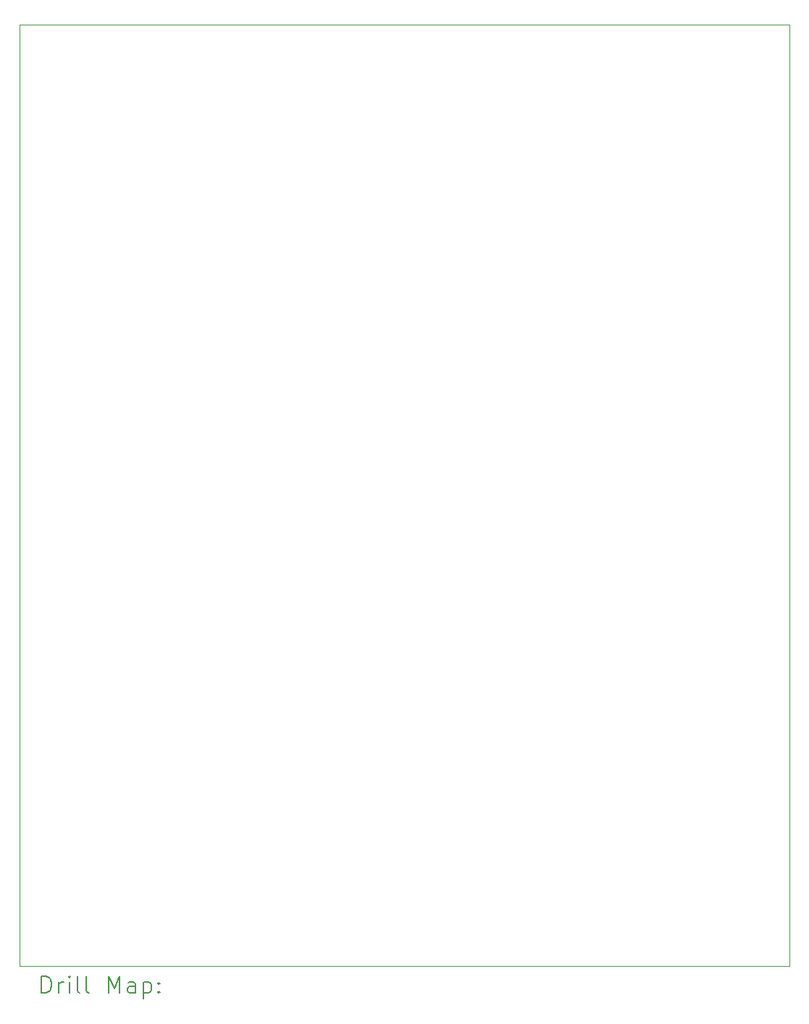
<source format=gbr>
%TF.GenerationSoftware,KiCad,Pcbnew,8.0.5*%
%TF.CreationDate,2024-11-24T11:32:18+01:00*%
%TF.ProjectId,wolkje,776f6c6b-6a65-42e6-9b69-6361645f7063,rev?*%
%TF.SameCoordinates,Original*%
%TF.FileFunction,Drillmap*%
%TF.FilePolarity,Positive*%
%FSLAX45Y45*%
G04 Gerber Fmt 4.5, Leading zero omitted, Abs format (unit mm)*
G04 Created by KiCad (PCBNEW 8.0.5) date 2024-11-24 11:32:18*
%MOMM*%
%LPD*%
G01*
G04 APERTURE LIST*
%ADD10C,0.100000*%
%ADD11C,0.200000*%
G04 APERTURE END LIST*
D10*
X5000000Y-5000000D02*
X14000000Y-5000000D01*
X14000000Y-16000000D01*
X5000000Y-16000000D01*
X5000000Y-5000000D01*
D11*
X5255777Y-16316484D02*
X5255777Y-16116484D01*
X5255777Y-16116484D02*
X5303396Y-16116484D01*
X5303396Y-16116484D02*
X5331967Y-16126008D01*
X5331967Y-16126008D02*
X5351015Y-16145055D01*
X5351015Y-16145055D02*
X5360539Y-16164103D01*
X5360539Y-16164103D02*
X5370063Y-16202198D01*
X5370063Y-16202198D02*
X5370063Y-16230769D01*
X5370063Y-16230769D02*
X5360539Y-16268865D01*
X5360539Y-16268865D02*
X5351015Y-16287912D01*
X5351015Y-16287912D02*
X5331967Y-16306960D01*
X5331967Y-16306960D02*
X5303396Y-16316484D01*
X5303396Y-16316484D02*
X5255777Y-16316484D01*
X5455777Y-16316484D02*
X5455777Y-16183150D01*
X5455777Y-16221246D02*
X5465301Y-16202198D01*
X5465301Y-16202198D02*
X5474824Y-16192674D01*
X5474824Y-16192674D02*
X5493872Y-16183150D01*
X5493872Y-16183150D02*
X5512920Y-16183150D01*
X5579586Y-16316484D02*
X5579586Y-16183150D01*
X5579586Y-16116484D02*
X5570063Y-16126008D01*
X5570063Y-16126008D02*
X5579586Y-16135531D01*
X5579586Y-16135531D02*
X5589110Y-16126008D01*
X5589110Y-16126008D02*
X5579586Y-16116484D01*
X5579586Y-16116484D02*
X5579586Y-16135531D01*
X5703396Y-16316484D02*
X5684348Y-16306960D01*
X5684348Y-16306960D02*
X5674824Y-16287912D01*
X5674824Y-16287912D02*
X5674824Y-16116484D01*
X5808158Y-16316484D02*
X5789110Y-16306960D01*
X5789110Y-16306960D02*
X5779586Y-16287912D01*
X5779586Y-16287912D02*
X5779586Y-16116484D01*
X6036729Y-16316484D02*
X6036729Y-16116484D01*
X6036729Y-16116484D02*
X6103396Y-16259341D01*
X6103396Y-16259341D02*
X6170062Y-16116484D01*
X6170062Y-16116484D02*
X6170062Y-16316484D01*
X6351015Y-16316484D02*
X6351015Y-16211722D01*
X6351015Y-16211722D02*
X6341491Y-16192674D01*
X6341491Y-16192674D02*
X6322443Y-16183150D01*
X6322443Y-16183150D02*
X6284348Y-16183150D01*
X6284348Y-16183150D02*
X6265301Y-16192674D01*
X6351015Y-16306960D02*
X6331967Y-16316484D01*
X6331967Y-16316484D02*
X6284348Y-16316484D01*
X6284348Y-16316484D02*
X6265301Y-16306960D01*
X6265301Y-16306960D02*
X6255777Y-16287912D01*
X6255777Y-16287912D02*
X6255777Y-16268865D01*
X6255777Y-16268865D02*
X6265301Y-16249817D01*
X6265301Y-16249817D02*
X6284348Y-16240293D01*
X6284348Y-16240293D02*
X6331967Y-16240293D01*
X6331967Y-16240293D02*
X6351015Y-16230769D01*
X6446253Y-16183150D02*
X6446253Y-16383150D01*
X6446253Y-16192674D02*
X6465301Y-16183150D01*
X6465301Y-16183150D02*
X6503396Y-16183150D01*
X6503396Y-16183150D02*
X6522443Y-16192674D01*
X6522443Y-16192674D02*
X6531967Y-16202198D01*
X6531967Y-16202198D02*
X6541491Y-16221246D01*
X6541491Y-16221246D02*
X6541491Y-16278388D01*
X6541491Y-16278388D02*
X6531967Y-16297436D01*
X6531967Y-16297436D02*
X6522443Y-16306960D01*
X6522443Y-16306960D02*
X6503396Y-16316484D01*
X6503396Y-16316484D02*
X6465301Y-16316484D01*
X6465301Y-16316484D02*
X6446253Y-16306960D01*
X6627205Y-16297436D02*
X6636729Y-16306960D01*
X6636729Y-16306960D02*
X6627205Y-16316484D01*
X6627205Y-16316484D02*
X6617682Y-16306960D01*
X6617682Y-16306960D02*
X6627205Y-16297436D01*
X6627205Y-16297436D02*
X6627205Y-16316484D01*
X6627205Y-16192674D02*
X6636729Y-16202198D01*
X6636729Y-16202198D02*
X6627205Y-16211722D01*
X6627205Y-16211722D02*
X6617682Y-16202198D01*
X6617682Y-16202198D02*
X6627205Y-16192674D01*
X6627205Y-16192674D02*
X6627205Y-16211722D01*
M02*

</source>
